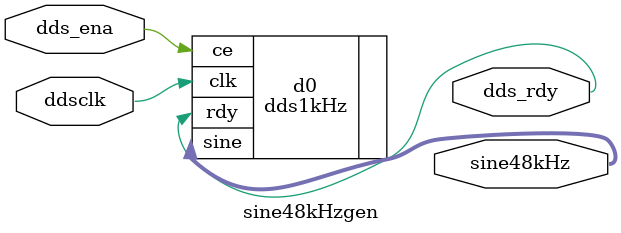
<source format=v>
`timescale 1ns / 1ps
module sine48kHzgen(input ddsclk,
						 input dds_ena,
						 output dds_rdy,
						 output signed [7:0] sine48kHz
						 );

dds1kHz d0 (.ce(dds_ena), 			// input ce
				.clk(ddsclk), 		// input clk
				.rdy(dds_rdy), 		// output rdy
				.sine(sine48kHz) 		// output [11 : 0] sine
				);

endmodule

</source>
